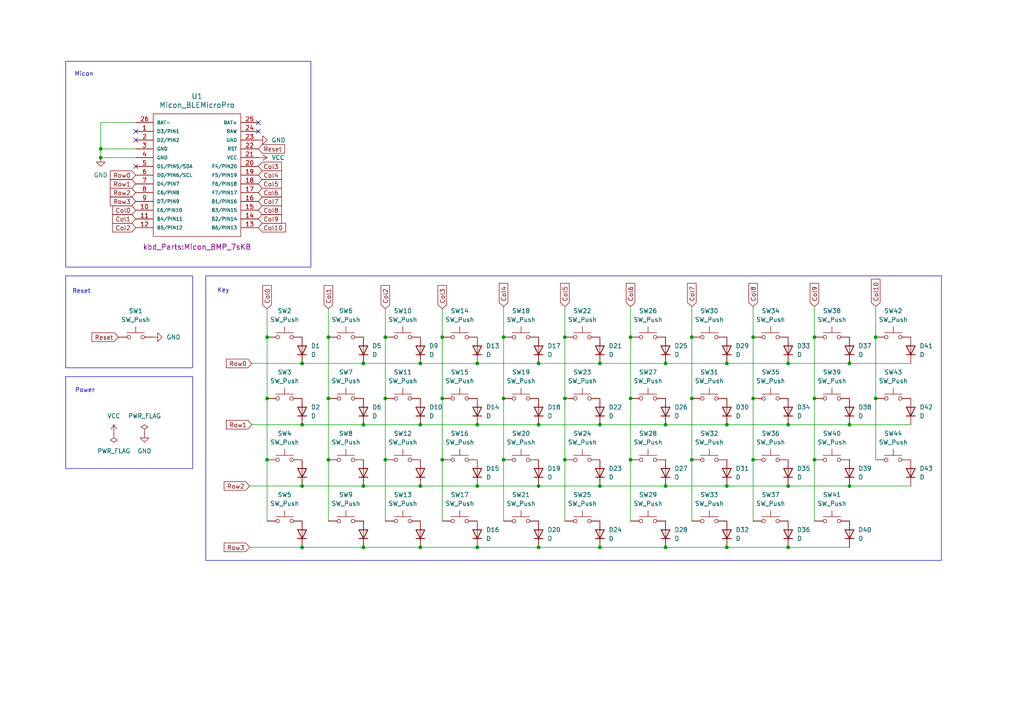
<source format=kicad_sch>
(kicad_sch (version 20231120) (generator "eeschema") (generator_version "8.0")
  (paper "A4")
  (lib_symbols
    (symbol "Device:D" (pin_numbers hide) (pin_names (offset 1.016) hide)
      (property "Reference" "D" (at 0 2.54 0))
      (property "Value" "D" (at 0 -2.54 0))
      (symbol "D_0_1"
        (polyline (pts (xy -1.27 1.27) (xy -1.27 -1.27)) (stroke (width 0.254)))
        (polyline (pts (xy 1.27 0) (xy -1.27 0)))
        (polyline (pts (xy 1.27 1.27) (xy 1.27 -1.27) (xy -1.27 0) (xy 1.27 1.27)) (stroke (width 0.254)))
      )
      (symbol "D_1_1"
        (pin passive line (at -3.81 0 0) (length 2.54) (name "K") (number "1"))
        (pin passive line (at 3.81 0 180) (length 2.54) (name "A") (number "2"))
      )
    )
    (symbol "Salicylic_kbd:Micon_BLEMicroPro" (pin_names (offset 1.016))
      (property "Reference" "U" (at 0 26.67 0))
      (property "Value" "Micon_BLEMicroPro" (at 0 -13.97 0))
      (symbol "Micon_BLEMicroPro_0_1"
        (rectangle (start 12.7 24.13) (end -12.7 -11.43))
      )
      (symbol "Micon_BLEMicroPro_1_1"
        (pin bidirectional line (at -17.78 19.05 0) (length 5.08) (name "D3/PIN1") (number "1"))
        (pin bidirectional line (at -17.78 -3.81 0) (length 5.08) (name "E6/PIN10") (number "10"))
        (pin bidirectional line (at -17.78 -6.35 0) (length 5.08) (name "B4/PIN11") (number "11"))
        (pin bidirectional line (at -17.78 -8.89 0) (length 5.08) (name "B5/PIN12") (number "12"))
        (pin bidirectional line (at 17.78 -8.89 180) (length 5.08) (name "B6/PIN13") (number "13"))
        (pin bidirectional line (at 17.78 -6.35 180) (length 5.08) (name "B2/PIN14") (number "14"))
        (pin bidirectional line (at 17.78 -3.81 180) (length 5.08) (name "B3/PIN15") (number "15"))
        (pin bidirectional line (at 17.78 -1.27 180) (length 5.08) (name "B1/PIN16") (number "16"))
        (pin bidirectional line (at 17.78 1.27 180) (length 5.08) (name "F7/PIN17") (number "17"))
        (pin bidirectional line (at 17.78 3.81 180) (length 5.08) (name "F6/PIN18") (number "18"))
        (pin bidirectional line (at 17.78 6.35 180) (length 5.08) (name "F5/PIN19") (number "19"))
        (pin bidirectional line (at -17.78 16.51 0) (length 5.08) (name "D2/PIN2") (number "2"))
        (pin bidirectional line (at 17.78 8.89 180) (length 5.08) (name "F4/PIN20") (number "20"))
        (pin power_in line (at 17.78 11.43 180) (length 5.08) (name "VCC") (number "21"))
        (pin input line (at 17.78 13.97 180) (length 5.08) (name "RST") (number "22"))
        (pin power_in line (at 17.78 16.51 180) (length 5.08) (name "GND") (number "23"))
        (pin power_out line (at 17.78 19.05 180) (length 5.08) (name "RAW") (number "24"))
        (pin input line (at 17.78 21.59 180) (length 5.08) (name "BAT+") (number "25"))
        (pin input line (at -17.78 21.59 0) (length 5.08) (name "BAT-") (number "26"))
        (pin power_in line (at -17.78 13.97 0) (length 5.08) (name "GND") (number "3"))
        (pin power_in line (at -17.78 11.43 0) (length 5.08) (name "GND") (number "4"))
        (pin bidirectional line (at -17.78 8.89 0) (length 5.08) (name "D1/PIN5/SDA") (number "5"))
        (pin bidirectional line (at -17.78 6.35 0) (length 5.08) (name "D0/PIN6/SCL") (number "6"))
        (pin bidirectional line (at -17.78 3.81 0) (length 5.08) (name "D4/PIN7") (number "7"))
        (pin bidirectional line (at -17.78 1.27 0) (length 5.08) (name "C6/PIN8") (number "8"))
        (pin bidirectional line (at -17.78 -1.27 0) (length 5.08) (name "D7/PIN9") (number "9"))
      )
    )
    (symbol "Switch:SW_Push" (pin_numbers hide) (pin_names (offset 1.016) hide)
      (property "Reference" "SW" (at 1.27 2.54 0))
      (property "Value" "SW_Push" (at 0 -1.524 0))
      (symbol "SW_Push_0_1"
        (circle (center -2.032 0) (radius 0.508))
        (polyline (pts (xy 0 1.27) (xy 0 3.048)))
        (polyline (pts (xy 2.54 1.27) (xy -2.54 1.27)))
        (circle (center 2.032 0) (radius 0.508))
        (pin passive line (at -5.08 0 0) (length 2.54) (name "1") (number "1"))
        (pin passive line (at 5.08 0 180) (length 2.54) (name "2") (number "2"))
      )
    )
    (symbol "power:GND" (power) (pin_names (offset 0))
      (property "Value" "GND" (at 0 -3.81 0))
      (symbol "GND_0_1"
        (polyline (pts (xy 0 0) (xy 0 -1.27) (xy 1.27 -1.27) (xy 0 -2.54) (xy -1.27 -1.27) (xy 0 -1.27)))
      )
      (symbol "GND_1_1"
        (pin power_in line (at 0 0 270) (length 0) hide (name "GND") (number "1"))
      )
    )
    (symbol "power:PWR_FLAG" (power) (pin_numbers hide) (pin_names (offset 0) hide)
      (property "Value" "PWR_FLAG" (at 0 3.81 0))
      (symbol "PWR_FLAG_0_0"
        (pin power_out line (at 0 0 90) (length 0) (name "pwr") (number "1"))
      )
      (symbol "PWR_FLAG_0_1"
        (polyline (pts (xy 0 0) (xy 0 1.27) (xy -1.016 1.905) (xy 0 2.54) (xy 1.016 1.905) (xy 0 1.27)))
      )
    )
    (symbol "power:VCC" (power) (pin_names (offset 0))
      (property "Value" "VCC" (at 0 3.81 0))
      (symbol "VCC_0_1"
        (polyline (pts (xy -0.762 1.27) (xy 0 2.54)))
        (polyline (pts (xy 0 0) (xy 0 2.54)))
        (polyline (pts (xy 0 2.54) (xy 0.762 1.27)))
      )
      (symbol "VCC_1_1"
        (pin power_in line (at 0 0 90) (length 0) hide (name "VCC") (number "1"))
      )
    )
  )
  (junction (at 146.05 115.57))
  (junction (at 163.83 133.35))
  (junction (at 173.99 123.19))
  (junction (at 95.25 97.79))
  (junction (at 121.92 123.19))
  (junction (at 218.44 97.79))
  (junction (at 128.27 133.35))
  (junction (at 121.92 140.97))
  (junction (at 210.82 123.19))
  (junction (at 193.04 105.41))
  (junction (at 254 97.79))
  (junction (at 138.43 158.75))
  (junction (at 95.25 115.57))
  (junction (at 173.99 158.75))
  (junction (at 236.22 97.79))
  (junction (at 138.43 123.19))
  (junction (at 246.38 140.97))
  (junction (at 77.47 133.35))
  (junction (at 182.88 133.35))
  (junction (at 121.92 158.75))
  (junction (at 200.66 115.57))
  (junction (at 210.82 105.41))
  (junction (at 228.6 105.41))
  (junction (at 95.25 133.35))
  (junction (at 182.88 115.57))
  (junction (at 193.04 158.75))
  (junction (at 200.66 133.35))
  (junction (at 228.6 158.75))
  (junction (at 138.43 140.97))
  (junction (at 105.41 123.19))
  (junction (at 128.27 115.57))
  (junction (at 87.63 140.97))
  (junction (at 173.99 105.41))
  (junction (at 156.21 105.41))
  (junction (at 146.05 133.35))
  (junction (at 146.05 97.79))
  (junction (at 193.04 140.97))
  (junction (at 128.27 97.79))
  (junction (at 254 115.57))
  (junction (at 138.43 105.41))
  (junction (at 228.6 123.19))
  (junction (at 173.99 140.97))
  (junction (at 210.82 158.75))
  (junction (at 236.22 133.35))
  (junction (at 246.38 105.41))
  (junction (at 111.76 115.57))
  (junction (at 218.44 133.35))
  (junction (at 163.83 115.57))
  (junction (at 29.21 43.18))
  (junction (at 111.76 133.35))
  (junction (at 156.21 123.19))
  (junction (at 236.22 115.57))
  (junction (at 193.04 123.19))
  (junction (at 87.63 158.75))
  (junction (at 218.44 115.57))
  (junction (at 156.21 158.75))
  (junction (at 111.76 97.79))
  (junction (at 228.6 140.97))
  (junction (at 182.88 97.79))
  (junction (at 163.83 97.79))
  (junction (at 210.82 140.97))
  (junction (at 156.21 140.97))
  (junction (at 77.47 97.79))
  (junction (at 29.21 45.72))
  (junction (at 105.41 105.41))
  (junction (at 246.38 123.19))
  (junction (at 105.41 158.75))
  (junction (at 87.63 123.19))
  (junction (at 105.41 140.97))
  (junction (at 87.63 105.41))
  (junction (at 200.66 97.79))
  (junction (at 77.47 115.57))
  (junction (at 121.92 105.41))
  (no_connect (at 74.93 35.56))
  (no_connect (at 39.37 40.64))
  (no_connect (at 39.37 48.26))
  (no_connect (at 39.37 38.1))
  (no_connect (at 74.93 38.1))
  (wire (pts (xy 121.92 105.41) (xy 138.43 105.41)))
  (wire (pts (xy 105.41 123.19) (xy 121.92 123.19)))
  (wire (pts (xy 173.99 158.75) (xy 193.04 158.75)))
  (wire (pts (xy 218.44 115.57) (xy 218.44 133.35)))
  (wire (pts (xy 77.47 97.79) (xy 77.47 115.57)))
  (wire (pts (xy 87.63 123.19) (xy 105.41 123.19)))
  (wire (pts (xy 193.04 105.41) (xy 210.82 105.41)))
  (wire (pts (xy 121.92 158.75) (xy 138.43 158.75)))
  (wire (pts (xy 87.63 158.75) (xy 105.41 158.75)))
  (wire (pts (xy 95.25 133.35) (xy 95.25 151.13)))
  (wire (pts (xy 121.92 140.97) (xy 138.43 140.97)))
  (wire (pts (xy 146.05 115.57) (xy 146.05 133.35)))
  (wire (pts (xy 77.47 115.57) (xy 77.47 133.35)))
  (wire (pts (xy 210.82 123.19) (xy 228.6 123.19)))
  (wire (pts (xy 111.76 89.535) (xy 111.76 97.79)))
  (wire (pts (xy 163.83 115.57) (xy 163.83 133.35)))
  (wire (pts (xy 39.37 35.56) (xy 29.21 35.56)))
  (wire (pts (xy 77.47 133.35) (xy 77.47 151.13)))
  (wire (pts (xy 173.99 105.41) (xy 193.04 105.41)))
  (wire (pts (xy 156.21 105.41) (xy 138.43 105.41)))
  (wire (pts (xy 163.83 97.79) (xy 163.83 115.57)))
  (wire (pts (xy 228.6 123.19) (xy 246.38 123.19)))
  (wire (pts (xy 218.44 88.9) (xy 218.44 97.79)))
  (wire (pts (xy 128.27 115.57) (xy 128.27 133.35)))
  (wire (pts (xy 95.25 97.79) (xy 95.25 115.57)))
  (wire (pts (xy 254 88.9) (xy 254 97.79)))
  (wire (pts (xy 146.05 133.35) (xy 146.05 151.13)))
  (wire (pts (xy 121.92 123.19) (xy 138.43 123.19)))
  (wire (pts (xy 228.6 158.75) (xy 246.38 158.75)))
  (wire (pts (xy 138.43 140.97) (xy 156.21 140.97)))
  (wire (pts (xy 111.76 133.35) (xy 111.76 151.13)))
  (wire (pts (xy 193.04 123.19) (xy 210.82 123.19)))
  (wire (pts (xy 72.39 140.97) (xy 87.63 140.97)))
  (wire (pts (xy 246.38 140.97) (xy 264.16 140.97)))
  (wire (pts (xy 200.66 97.79) (xy 200.66 115.57)))
  (wire (pts (xy 218.44 97.79) (xy 218.44 115.57)))
  (wire (pts (xy 254 115.57) (xy 254 133.35)))
  (wire (pts (xy 173.99 123.19) (xy 193.04 123.19)))
  (wire (pts (xy 105.41 105.41) (xy 121.92 105.41)))
  (wire (pts (xy 182.88 115.57) (xy 182.88 133.35)))
  (wire (pts (xy 138.43 158.75) (xy 156.21 158.75)))
  (wire (pts (xy 146.05 97.79) (xy 146.05 115.57)))
  (wire (pts (xy 246.38 123.19) (xy 264.16 123.19)))
  (wire (pts (xy 87.63 140.97) (xy 105.41 140.97)))
  (wire (pts (xy 29.21 45.72) (xy 39.37 45.72)))
  (wire (pts (xy 128.27 133.35) (xy 128.27 151.13)))
  (wire (pts (xy 193.04 140.97) (xy 210.82 140.97)))
  (wire (pts (xy 29.21 35.56) (xy 29.21 43.18)))
  (wire (pts (xy 236.22 133.35) (xy 236.22 151.13)))
  (wire (pts (xy 236.22 97.79) (xy 236.22 115.57)))
  (wire (pts (xy 146.05 88.9) (xy 146.05 97.79)))
  (wire (pts (xy 105.41 158.75) (xy 121.92 158.75)))
  (wire (pts (xy 200.66 115.57) (xy 200.66 133.35)))
  (wire (pts (xy 210.82 140.97) (xy 228.6 140.97)))
  (wire (pts (xy 87.63 105.41) (xy 105.41 105.41)))
  (wire (pts (xy 111.76 97.79) (xy 111.76 115.57)))
  (wire (pts (xy 95.25 89.535) (xy 95.25 97.79)))
  (wire (pts (xy 163.83 88.9) (xy 163.83 97.79)))
  (wire (pts (xy 163.83 133.35) (xy 163.83 151.13)))
  (wire (pts (xy 128.27 97.79) (xy 128.27 115.57)))
  (wire (pts (xy 156.21 105.41) (xy 173.99 105.41)))
  (wire (pts (xy 200.66 88.9) (xy 200.66 97.79)))
  (wire (pts (xy 182.88 88.9) (xy 182.88 97.79)))
  (wire (pts (xy 156.21 158.75) (xy 173.99 158.75)))
  (wire (pts (xy 200.66 133.35) (xy 200.66 151.13)))
  (wire (pts (xy 95.25 115.57) (xy 95.25 133.35)))
  (wire (pts (xy 218.44 133.35) (xy 218.44 151.13)))
  (wire (pts (xy 228.6 105.41) (xy 246.38 105.41)))
  (wire (pts (xy 236.22 88.9) (xy 236.22 97.79)))
  (wire (pts (xy 193.04 158.75) (xy 210.82 158.75)))
  (wire (pts (xy 228.6 140.97) (xy 246.38 140.97)))
  (wire (pts (xy 128.27 89.535) (xy 128.27 97.79)))
  (wire (pts (xy 182.88 133.35) (xy 182.88 151.13)))
  (wire (pts (xy 77.47 89.535) (xy 77.47 97.79)))
  (wire (pts (xy 29.21 43.18) (xy 39.37 43.18)))
  (wire (pts (xy 156.21 123.19) (xy 173.99 123.19)))
  (wire (pts (xy 72.39 158.75) (xy 87.63 158.75)))
  (wire (pts (xy 210.82 158.75) (xy 228.6 158.75)))
  (wire (pts (xy 156.21 140.97) (xy 173.99 140.97)))
  (wire (pts (xy 236.22 115.57) (xy 236.22 133.35)))
  (wire (pts (xy 29.21 43.18) (xy 29.21 45.72)))
  (wire (pts (xy 246.38 105.41) (xy 264.16 105.41)))
  (wire (pts (xy 73.025 123.19) (xy 87.63 123.19)))
  (wire (pts (xy 173.99 140.97) (xy 193.04 140.97)))
  (wire (pts (xy 138.43 123.19) (xy 156.21 123.19)))
  (wire (pts (xy 111.76 115.57) (xy 111.76 133.35)))
  (wire (pts (xy 105.41 140.97) (xy 121.92 140.97)))
  (wire (pts (xy 254 97.79) (xy 254 115.57)))
  (wire (pts (xy 73.025 105.41) (xy 87.63 105.41)))
  (wire (pts (xy 210.82 105.41) (xy 228.6 105.41)))
  (wire (pts (xy 182.88 97.79) (xy 182.88 115.57)))
  (rectangle (start 19.05 80.01) (end 55.88 106.68))
  (rectangle (start 19.05 109.22) (end 55.88 135.89))
  (rectangle (start 59.69 80.01) (end 273.05 162.56))
  (rectangle (start 19.05 17.78) (end 90.17 77.47))
  (text "Power" (at 24.638 113.284 0) (effects (font (size 1.27 1.27))))
  (text "Micon" (at 24.384 21.59 0) (effects (font (size 1.27 1.27))))
  (text "Reset" (at 23.622 84.582 0) (effects (font (size 1.27 1.27))))
  (text "Key" (at 64.77 84.328 0) (effects (font (size 1.27 1.27))))
  (global_label "Row0" (shape input) (at 39.37 50.8 180) (property "Intersheetrefs" "${INTERSHEET_REFS}" (effects (hide yes))))
  (global_label "Col10" (shape input) (at 254 88.9 90) (property "Intersheetrefs" "${INTERSHEET_REFS}" (effects (hide yes))))
  (global_label "Row1" (shape input) (at 39.37 53.34 180) (property "Intersheetrefs" "${INTERSHEET_REFS}" (effects (hide yes))))
  (global_label "Col8" (shape input) (at 218.44 88.9 90) (property "Intersheetrefs" "${INTERSHEET_REFS}" (effects (hide yes))))
  (global_label "Col2" (shape input) (at 39.37 66.04 180) (property "Intersheetrefs" "${INTERSHEET_REFS}" (effects (hide yes))))
  (global_label "Col3" (shape input) (at 74.93 48.26 0) (property "Intersheetrefs" "${INTERSHEET_REFS}" (effects (hide yes))))
  (global_label "Col6" (shape input) (at 74.93 55.88 0) (property "Intersheetrefs" "${INTERSHEET_REFS}" (effects (hide yes))))
  (global_label "Row3" (shape input) (at 72.39 158.75 180) (property "Intersheetrefs" "${INTERSHEET_REFS}" (effects (hide yes))))
  (global_label "Col6" (shape input) (at 182.88 88.9 90) (property "Intersheetrefs" "${INTERSHEET_REFS}" (effects (hide yes))))
  (global_label "Col4" (shape input) (at 146.05 88.9 90) (property "Intersheetrefs" "${INTERSHEET_REFS}" (effects (hide yes))))
  (global_label "Row1" (shape input) (at 73.025 123.19 180) (property "Intersheetrefs" "${INTERSHEET_REFS}" (effects (hide yes))))
  (global_label "Row0" (shape input) (at 73.025 105.41 180) (property "Intersheetrefs" "${INTERSHEET_REFS}" (effects (hide yes))))
  (global_label "Col0" (shape input) (at 77.47 89.535 90) (property "Intersheetrefs" "${INTERSHEET_REFS}" (effects (hide yes))))
  (global_label "Col4" (shape input) (at 74.93 50.8 0) (property "Intersheetrefs" "${INTERSHEET_REFS}" (effects (hide yes))))
  (global_label "Col10" (shape input) (at 74.93 66.04 0) (property "Intersheetrefs" "${INTERSHEET_REFS}" (effects (hide yes))))
  (global_label "Col7" (shape input) (at 74.93 58.42 0) (property "Intersheetrefs" "${INTERSHEET_REFS}" (effects (hide yes))))
  (global_label "Col5" (shape input) (at 163.83 88.9 90) (property "Intersheetrefs" "${INTERSHEET_REFS}" (effects (hide yes))))
  (global_label "Col3" (shape input) (at 128.27 89.535 90) (property "Intersheetrefs" "${INTERSHEET_REFS}" (effects (hide yes))))
  (global_label "Col2" (shape input) (at 111.76 89.535 90) (property "Intersheetrefs" "${INTERSHEET_REFS}" (effects (hide yes))))
  (global_label "Col7" (shape input) (at 200.66 88.9 90) (property "Intersheetrefs" "${INTERSHEET_REFS}" (effects (hide yes))))
  (global_label "Col9" (shape input) (at 236.22 88.9 90) (property "Intersheetrefs" "${INTERSHEET_REFS}" (effects (hide yes))))
  (global_label "Col1" (shape input) (at 95.25 89.535 90) (property "Intersheetrefs" "${INTERSHEET_REFS}" (effects (hide yes))))
  (global_label "Row2" (shape input) (at 72.39 140.97 180) (property "Intersheetrefs" "${INTERSHEET_REFS}" (effects (hide yes))))
  (global_label "Row2" (shape input) (at 39.37 55.88 180) (property "Intersheetrefs" "${INTERSHEET_REFS}" (effects (hide yes))))
  (global_label "Col5" (shape input) (at 74.93 53.34 0) (property "Intersheetrefs" "${INTERSHEET_REFS}" (effects (hide yes))))
  (global_label "Col9" (shape input) (at 74.93 63.5 0) (property "Intersheetrefs" "${INTERSHEET_REFS}" (effects (hide yes))))
  (global_label "Col0" (shape input) (at 39.37 60.96 180) (property "Intersheetrefs" "${INTERSHEET_REFS}" (effects (hide yes))))
  (global_label "Col8" (shape input) (at 74.93 60.96 0) (property "Intersheetrefs" "${INTERSHEET_REFS}" (effects (hide yes))))
  (global_label "Reset" (shape input) (at 74.93 43.18 0) (property "Intersheetrefs" "${INTERSHEET_REFS}" (effects (hide yes))))
  (global_label "Row3" (shape input) (at 39.37 58.42 180) (property "Intersheetrefs" "${INTERSHEET_REFS}" (effects (hide yes))))
  (global_label "Reset" (shape input) (at 34.29 97.79 180) (property "Intersheetrefs" "${INTERSHEET_REFS}" (effects (hide yes))))
  (global_label "Col1" (shape input) (at 39.37 63.5 180) (property "Intersheetrefs" "${INTERSHEET_REFS}" (effects (hide yes))))
  (symbol (lib_id "power:GND") (at 74.93 40.64 90) (unit 1)
    (property "Reference" "#PWR05" (effects (hide yes)))
    (property "Value" "GND" (at 78.74 40.64 90) (effects (justify right)))
  )
  (symbol (lib_id "Switch:SW_Push") (at 82.55 97.79 0) (unit 1)
    (property "Reference" "SW2" (at 82.55 90.17 0))
    (property "Value" "SW_Push" (at 82.55 92.71 0))
    (property "Footprint" "kbd_SW:CherryMX_Hotswap_1u" (effects (hide yes)))
  )
  (symbol (lib_id "Device:D") (at 193.04 101.6 90) (unit 1)
    (property "Reference" "D25" (at 195.58 100.33 90) (effects (justify right)))
    (property "Value" "D" (at 195.58 102.87 90) (effects (justify right)))
    (property "Footprint" "kbd_Parts:Diode_TH_SMD" (effects (hide yes)))
    (property "Sim.Device" "D" (effects (hide yes)))
    (property "Sim.Pins" "1=K 2=A" (effects (hide yes)))
  )
  (symbol (lib_id "Switch:SW_Push") (at 133.35 133.35 0) (unit 1)
    (property "Reference" "SW16" (at 133.35 125.73 0))
    (property "Value" "SW_Push" (at 133.35 128.27 0))
    (property "Footprint" "kbd_SW:CherryMX_Hotswap_1u" (effects (hide yes)))
  )
  (symbol (lib_id "Switch:SW_Push") (at 259.08 97.79 0) (unit 1)
    (property "Reference" "SW42" (at 259.08 90.17 0))
    (property "Value" "SW_Push" (at 259.08 92.71 0))
    (property "Footprint" "kbd_SW:CherryMX_Hotswap_1u" (effects (hide yes)))
  )
  (symbol (lib_id "Device:D") (at 173.99 154.94 90) (unit 1)
    (property "Reference" "D24" (at 176.53 153.67 90) (effects (justify right)))
    (property "Value" "D" (at 176.53 156.21 90) (effects (justify right)))
    (property "Footprint" "kbd_Parts:Diode_TH_SMD" (effects (hide yes)))
    (property "Sim.Device" "D" (effects (hide yes)))
    (property "Sim.Pins" "1=K 2=A" (effects (hide yes)))
  )
  (symbol (lib_id "power:PWR_FLAG") (at 33.02 125.73 180) (unit 1)
    (property "Reference" "#FLG01" (effects (hide yes)))
    (property "Value" "PWR_FLAG" (at 33.02 130.81 0))
  )
  (symbol (lib_id "Device:D") (at 210.82 119.38 90) (unit 1)
    (property "Reference" "D30" (at 213.36 118.11 90) (effects (justify right)))
    (property "Value" "D" (at 213.36 120.65 90) (effects (justify right)))
    (property "Footprint" "kbd_Parts:Diode_TH_SMD" (effects (hide yes)))
    (property "Sim.Device" "D" (effects (hide yes)))
    (property "Sim.Pins" "1=K 2=A" (effects (hide yes)))
  )
  (symbol (lib_id "Device:D") (at 105.41 101.6 90) (unit 1)
    (property "Reference" "D5" (at 107.95 100.33 90) (effects (justify right)))
    (property "Value" "D" (at 107.95 102.87 90) (effects (justify right)))
    (property "Footprint" "kbd_Parts:Diode_TH_SMD" (effects (hide yes)))
    (property "Sim.Device" "D" (effects (hide yes)))
    (property "Sim.Pins" "1=K 2=A" (effects (hide yes)))
  )
  (symbol (lib_id "Switch:SW_Push") (at 187.96 151.13 0) (unit 1)
    (property "Reference" "SW29" (at 187.96 143.51 0))
    (property "Value" "SW_Push" (at 187.96 146.05 0))
    (property "Footprint" "kbd_SW:CherryMX_Hotswap_1u" (effects (hide yes)))
  )
  (symbol (lib_id "Switch:SW_Push") (at 116.84 115.57 0) (unit 1)
    (property "Reference" "SW11" (at 116.84 107.95 0))
    (property "Value" "SW_Push" (at 116.84 110.49 0))
    (property "Footprint" "kbd_SW:CherryMX_Hotswap_1u" (effects (hide yes)))
  )
  (symbol (lib_id "Device:D") (at 210.82 101.6 90) (unit 1)
    (property "Reference" "D29" (at 213.36 100.33 90) (effects (justify right)))
    (property "Value" "D" (at 213.36 102.87 90) (effects (justify right)))
    (property "Footprint" "kbd_Parts:Diode_TH_SMD" (effects (hide yes)))
    (property "Sim.Device" "D" (effects (hide yes)))
    (property "Sim.Pins" "1=K 2=A" (effects (hide yes)))
  )
  (symbol (lib_id "Switch:SW_Push") (at 223.52 133.35 0) (unit 1)
    (property "Reference" "SW36" (at 223.52 125.73 0))
    (property "Value" "SW_Push" (at 223.52 128.27 0))
    (property "Footprint" "kbd_SW:CherryMX_Hotswap_1u" (effects (hide yes)))
  )
  (symbol (lib_id "Device:D") (at 121.92 137.16 90) (unit 1)
    (property "Reference" "D11" (effects (hide yes)))
    (property "Value" "D" (effects (hide yes)))
    (property "Footprint" "kbd_Parts:Diode_TH_SMD" (effects (hide yes)))
    (property "Sim.Device" "D" (effects (hide yes)))
    (property "Sim.Pins" "1=K 2=A" (effects (hide yes)))
  )
  (symbol (lib_id "Device:D") (at 138.43 119.38 90) (unit 1)
    (property "Reference" "D14" (at 140.97 118.11 90) (effects (justify right)))
    (property "Value" "D" (at 140.97 120.65 90) (effects (justify right)))
    (property "Footprint" "kbd_Parts:Diode_TH_SMD" (effects (hide yes)))
    (property "Sim.Device" "D" (effects (hide yes)))
    (property "Sim.Pins" "1=K 2=A" (effects (hide yes)))
  )
  (symbol (lib_id "Device:D") (at 87.63 101.6 90) (unit 1)
    (property "Reference" "D1" (at 90.17 100.33 90) (effects (justify right)))
    (property "Value" "D" (at 90.17 102.87 90) (effects (justify right)))
    (property "Footprint" "kbd_Parts:Diode_TH_SMD" (effects (hide yes)))
    (property "Sim.Device" "D" (effects (hide yes)))
    (property "Sim.Pins" "1=K 2=A" (effects (hide yes)))
  )
  (symbol (lib_id "Device:D") (at 138.43 154.94 90) (unit 1)
    (property "Reference" "D16" (at 140.97 153.67 90) (effects (justify right)))
    (property "Value" "D" (at 140.97 156.21 90) (effects (justify right)))
    (property "Footprint" "kbd_Parts:Diode_TH_SMD" (effects (hide yes)))
    (property "Sim.Device" "D" (effects (hide yes)))
    (property "Sim.Pins" "1=K 2=A" (effects (hide yes)))
  )
  (symbol (lib_id "Switch:SW_Push") (at 168.91 151.13 0) (unit 1)
    (property "Reference" "SW25" (at 168.91 143.51 0))
    (property "Value" "SW_Push" (at 168.91 146.05 0))
    (property "Footprint" "kbd_SW:CherryMX_Hotswap_2u" (effects (hide yes)))
  )
  (symbol (lib_id "Switch:SW_Push") (at 151.13 115.57 0) (unit 1)
    (property "Reference" "SW19" (at 151.13 107.95 0))
    (property "Value" "SW_Push" (at 151.13 110.49 0))
    (property "Footprint" "kbd_SW:CherryMX_Hotswap_1u" (effects (hide yes)))
  )
  (symbol (lib_id "Device:D") (at 246.38 119.38 90) (unit 1)
    (property "Reference" "D38" (at 248.92 118.11 90) (effects (justify right)))
    (property "Value" "D" (at 248.92 120.65 90) (effects (justify right)))
    (property "Footprint" "kbd_Parts:Diode_TH_SMD" (effects (hide yes)))
    (property "Sim.Device" "D" (effects (hide yes)))
    (property "Sim.Pins" "1=K 2=A" (effects (hide yes)))
  )
  (symbol (lib_id "Switch:SW_Push") (at 241.3 97.79 0) (unit 1)
    (property "Reference" "SW38" (at 241.3 90.17 0))
    (property "Value" "SW_Push" (at 241.3 92.71 0))
    (property "Footprint" "kbd_SW:CherryMX_Hotswap_1u" (effects (hide yes)))
  )
  (symbol (lib_id "Device:D") (at 228.6 154.94 90) (unit 1)
    (property "Reference" "D36" (at 231.14 153.67 90) (effects (justify right)))
    (property "Value" "D" (at 231.14 156.21 90) (effects (justify right)))
    (property "Footprint" "kbd_Parts:Diode_TH_SMD" (effects (hide yes)))
    (property "Sim.Device" "D" (effects (hide yes)))
    (property "Sim.Pins" "1=K 2=A" (effects (hide yes)))
  )
  (symbol (lib_id "Device:D") (at 193.04 154.94 90) (unit 1)
    (property "Reference" "D28" (at 195.58 153.67 90) (effects (justify right)))
    (property "Value" "D" (at 195.58 156.21 90) (effects (justify right)))
    (property "Footprint" "kbd_Parts:Diode_TH_SMD" (effects (hide yes)))
    (property "Sim.Device" "D" (effects (hide yes)))
    (property "Sim.Pins" "1=K 2=A" (effects (hide yes)))
  )
  (symbol (lib_id "Switch:SW_Push") (at 100.33 151.13 0) (unit 1)
    (property "Reference" "SW9" (at 100.33 143.51 0))
    (property "Value" "SW_Push" (at 100.33 146.05 0))
    (property "Footprint" "kbd_SW:CherryMX_Hotswap_1u" (effects (hide yes)))
  )
  (symbol (lib_id "Switch:SW_Push") (at 241.3 133.35 0) (unit 1)
    (property "Reference" "SW40" (at 241.3 125.73 0))
    (property "Value" "SW_Push" (at 241.3 128.27 0))
    (property "Footprint" "kbd_SW:CherryMX_Hotswap_1u" (effects (hide yes)))
  )
  (symbol (lib_id "Switch:SW_Push") (at 100.33 115.57 0) (unit 1)
    (property "Reference" "SW7" (at 100.33 107.95 0))
    (property "Value" "SW_Push" (at 100.33 110.49 0))
    (property "Footprint" "kbd_SW:CherryMX_Hotswap_1u" (effects (hide yes)))
  )
  (symbol (lib_id "Switch:SW_Push") (at 187.96 115.57 0) (unit 1)
    (property "Reference" "SW27" (at 187.96 107.95 0))
    (property "Value" "SW_Push" (at 187.96 110.49 0))
    (property "Footprint" "kbd_SW:CherryMX_Hotswap_1u" (effects (hide yes)))
  )
  (symbol (lib_id "Device:D") (at 246.38 137.16 90) (unit 1)
    (property "Reference" "D39" (at 248.92 135.89 90) (effects (justify right)))
    (property "Value" "D" (at 248.92 138.43 90) (effects (justify right)))
    (property "Footprint" "kbd_Parts:Diode_TH_SMD" (effects (hide yes)))
    (property "Sim.Device" "D" (effects (hide yes)))
    (property "Sim.Pins" "1=K 2=A" (effects (hide yes)))
  )
  (symbol (lib_id "power:GND") (at 44.45 97.79 90) (unit 1)
    (property "Reference" "#PWR04" (effects (hide yes)))
    (property "Value" "GND" (at 48.26 97.79 90) (effects (justify right)))
  )
  (symbol (lib_id "Device:D") (at 193.04 119.38 90) (unit 1)
    (property "Reference" "D26" (at 195.58 118.11 90) (effects (justify right)))
    (property "Value" "D" (at 195.58 120.65 90) (effects (justify right)))
    (property "Footprint" "kbd_Parts:Diode_TH_SMD" (effects (hide yes)))
    (property "Sim.Device" "D" (effects (hide yes)))
    (property "Sim.Pins" "1=K 2=A" (effects (hide yes)))
  )
  (symbol (lib_id "Switch:SW_Push") (at 187.96 97.79 0) (unit 1)
    (property "Reference" "SW26" (at 187.96 90.17 0))
    (property "Value" "SW_Push" (at 187.96 92.71 0))
    (property "Footprint" "kbd_SW:CherryMX_Hotswap_1u" (effects (hide yes)))
  )
  (symbol (lib_id "Switch:SW_Push") (at 168.91 97.79 0) (unit 1)
    (property "Reference" "SW22" (at 168.91 90.17 0))
    (property "Value" "SW_Push" (at 168.91 92.71 0))
    (property "Footprint" "kbd_SW:CherryMX_Hotswap_1u" (effects (hide yes)))
  )
  (symbol (lib_id "Switch:SW_Push") (at 151.13 97.79 0) (unit 1)
    (property "Reference" "SW18" (at 151.13 90.17 0))
    (property "Value" "SW_Push" (at 151.13 92.71 0))
    (property "Footprint" "kbd_SW:CherryMX_Hotswap_1u" (effects (hide yes)))
  )
  (symbol (lib_id "Switch:SW_Push") (at 151.13 133.35 0) (unit 1)
    (property "Reference" "SW20" (at 151.13 125.73 0))
    (property "Value" "SW_Push" (at 151.13 128.27 0))
    (property "Footprint" "kbd_SW:CherryMX_Hotswap_1u" (effects (hide yes)))
  )
  (symbol (lib_id "Device:D") (at 105.41 154.94 90) (unit 1)
    (property "Reference" "D8" (effects (hide yes)))
    (property "Value" "D" (effects (hide yes)))
    (property "Footprint" "kbd_Parts:Diode_TH_SMD" (effects (hide yes)))
    (property "Sim.Device" "D" (effects (hide yes)))
    (property "Sim.Pins" "1=K 2=A" (effects (hide yes)))
  )
  (symbol (lib_id "Device:D") (at 173.99 119.38 90) (unit 1)
    (property "Reference" "D22" (at 176.53 118.11 90) (effects (justify right)))
    (property "Value" "D" (at 176.53 120.65 90) (effects (justify right)))
    (property "Footprint" "kbd_Parts:Diode_TH_SMD" (effects (hide yes)))
    (property "Sim.Device" "D" (effects (hide yes)))
    (property "Sim.Pins" "1=K 2=A" (effects (hide yes)))
  )
  (symbol (lib_id "Device:D") (at 105.41 119.38 90) (unit 1)
    (property "Reference" "D6" (at 107.95 118.11 90) (effects (justify right)))
    (property "Value" "D" (at 107.95 120.65 90) (effects (justify right)))
    (property "Footprint" "kbd_Parts:Diode_TH_SMD" (effects (hide yes)))
    (property "Sim.Device" "D" (effects (hide yes)))
    (property "Sim.Pins" "1=K 2=A" (effects (hide yes)))
  )
  (symbol (lib_id "Switch:SW_Push") (at 151.13 151.13 0) (unit 1)
    (property "Reference" "SW21" (at 151.13 143.51 0))
    (property "Value" "SW_Push" (at 151.13 146.05 0))
    (property "Footprint" "kbd_SW:CherryMX_Hotswap_1u" (effects (hide yes)))
  )
  (symbol (lib_id "Device:D") (at 87.63 154.94 90) (unit 1)
    (property "Reference" "D4" (effects (hide yes)))
    (property "Value" "D" (effects (hide yes)))
    (property "Footprint" "kbd_Parts:Diode_TH_SMD" (effects (hide yes)))
    (property "Sim.Device" "D" (effects (hide yes)))
    (property "Sim.Pins" "1=K 2=A" (effects (hide yes)))
  )
  (symbol (lib_id "Switch:SW_Push") (at 82.55 115.57 0) (unit 1)
    (property "Reference" "SW3" (at 82.55 107.95 0))
    (property "Value" "SW_Push" (at 82.55 110.49 0))
    (property "Footprint" "kbd_SW:CherryMX_Hotswap_1.25u" (effects (hide yes)))
  )
  (symbol (lib_id "Switch:SW_Push") (at 205.74 133.35 0) (unit 1)
    (property "Reference" "SW32" (at 205.74 125.73 0))
    (property "Value" "SW_Push" (at 205.74 128.27 0))
    (property "Footprint" "kbd_SW:CherryMX_Hotswap_1u" (effects (hide yes)))
  )
  (symbol (lib_id "power:PWR_FLAG") (at 41.91 125.73 0) (unit 1)
    (property "Reference" "#FLG02" (effects (hide yes)))
    (property "Value" "PWR_FLAG" (at 41.91 120.65 0))
  )
  (symbol (lib_id "Device:D") (at 87.63 119.38 90) (unit 1)
    (property "Reference" "D2" (at 90.17 118.11 90) (effects (justify right)))
    (property "Value" "D" (at 90.17 120.65 90) (effects (justify right)))
    (property "Footprint" "kbd_Parts:Diode_TH_SMD" (effects (hide yes)))
    (property "Sim.Device" "D" (effects (hide yes)))
    (property "Sim.Pins" "1=K 2=A" (effects (hide yes)))
  )
  (symbol (lib_id "power:VCC") (at 33.02 125.73 0) (unit 1)
    (property "Reference" "#PWR02" (effects (hide yes)))
    (property "Value" "VCC" (at 33.02 120.65 0))
  )
  (symbol (lib_id "Device:D") (at 87.63 137.16 90) (unit 1)
    (property "Reference" "D3" (effects (hide yes)))
    (property "Value" "D" (effects (hide yes)))
    (property "Footprint" "kbd_Parts:Diode_TH_SMD" (effects (hide yes)))
    (property "Sim.Device" "D" (effects (hide yes)))
    (property "Sim.Pins" "1=K 2=A" (effects (hide yes)))
  )
  (symbol (lib_id "Device:D") (at 105.41 137.16 90) (unit 1)
    (property "Reference" "D7" (effects (hide yes)))
    (property "Value" "D" (effects (hide yes)))
    (property "Footprint" "kbd_Parts:Diode_TH_SMD" (effects (hide yes)))
    (property "Sim.Device" "D" (effects (hide yes)))
    (property "Sim.Pins" "1=K 2=A" (effects (hide yes)))
  )
  (symbol (lib_id "Switch:SW_Push") (at 116.84 151.13 0) (unit 1)
    (property "Reference" "SW13" (at 116.84 143.51 0))
    (property "Value" "SW_Push" (at 116.84 146.05 0))
    (property "Footprint" "kbd_SW:CherryMX_Hotswap_1u" (effects (hide yes)))
  )
  (symbol (lib_id "Device:D") (at 228.6 101.6 90) (unit 1)
    (property "Reference" "D33" (at 231.14 100.33 90) (effects (justify right)))
    (property "Value" "D" (at 231.14 102.87 90) (effects (justify right)))
    (property "Footprint" "kbd_Parts:Diode_TH_SMD" (effects (hide yes)))
    (property "Sim.Device" "D" (effects (hide yes)))
    (property "Sim.Pins" "1=K 2=A" (effects (hide yes)))
  )
  (symbol (lib_id "Switch:SW_Push") (at 205.74 115.57 0) (unit 1)
    (property "Reference" "SW31" (at 205.74 107.95 0))
    (property "Value" "SW_Push" (at 205.74 110.49 0))
    (property "Footprint" "kbd_SW:CherryMX_Hotswap_1u" (effects (hide yes)))
  )
  (symbol (lib_id "Device:D") (at 156.21 119.38 90) (unit 1)
    (property "Reference" "D18" (at 158.75 118.11 90) (effects (justify right)))
    (property "Value" "D" (at 158.75 120.65 90) (effects (justify right)))
    (property "Footprint" "kbd_Parts:Diode_TH_SMD" (effects (hide yes)))
    (property "Sim.Device" "D" (effects (hide yes)))
    (property "Sim.Pins" "1=K 2=A" (effects (hide yes)))
  )
  (symbol (lib_id "Switch:SW_Push") (at 187.96 133.35 0) (unit 1)
    (property "Reference" "SW28" (at 187.96 125.73 0))
    (property "Value" "SW_Push" (at 187.96 128.27 0))
    (property "Footprint" "kbd_SW:CherryMX_Hotswap_1u" (effects (hide yes)))
  )
  (symbol (lib_id "Device:D") (at 156.21 154.94 90) (unit 1)
    (property "Reference" "D20" (at 158.75 153.67 90) (effects (justify right)))
    (property "Value" "D" (at 158.75 156.21 90) (effects (justify right)))
    (property "Footprint" "kbd_Parts:Diode_TH_SMD" (effects (hide yes)))
    (property "Sim.Device" "D" (effects (hide yes)))
    (property "Sim.Pins" "1=K 2=A" (effects (hide yes)))
  )
  (symbol (lib_id "power:GND") (at 29.21 45.72 0) (unit 1)
    (property "Reference" "#PWR01" (effects (hide yes)))
    (property "Value" "GND" (at 29.21 50.8 0))
  )
  (symbol (lib_id "Device:D") (at 210.82 154.94 90) (unit 1)
    (property "Reference" "D32" (at 213.36 153.67 90) (effects (justify right)))
    (property "Value" "D" (at 213.36 156.21 90) (effects (justify right)))
    (property "Footprint" "kbd_Parts:Diode_TH_SMD" (effects (hide yes)))
    (property "Sim.Device" "D" (effects (hide yes)))
    (property "Sim.Pins" "1=K 2=A" (effects (hide yes)))
  )
  (symbol (lib_id "Switch:SW_Push") (at 116.84 97.79 0) (unit 1)
    (property "Reference" "SW10" (at 116.84 90.17 0))
    (property "Value" "SW_Push" (at 116.84 92.71 0))
    (property "Footprint" "kbd_SW:CherryMX_Hotswap_1u" (effects (hide yes)))
  )
  (symbol (lib_id "Device:D") (at 228.6 137.16 90) (unit 1)
    (property "Reference" "D35" (at 231.14 135.89 90) (effects (justify right)))
    (property "Value" "D" (at 231.14 138.43 90) (effects (justify right)))
    (property "Footprint" "kbd_Parts:Diode_TH_SMD" (effects (hide yes)))
    (property "Sim.Device" "D" (effects (hide yes)))
    (property "Sim.Pins" "1=K 2=A" (effects (hide yes)))
  )
  (symbol (lib_id "Device:D") (at 156.21 137.16 90) (unit 1)
    (property "Reference" "D19" (at 158.75 135.89 90) (effects (justify right)))
    (property "Value" "D" (at 158.75 138.43 90) (effects (justify right)))
    (property "Footprint" "kbd_Parts:Diode_TH_SMD" (effects (hide yes)))
    (property "Sim.Device" "D" (effects (hide yes)))
    (property "Sim.Pins" "1=K 2=A" (effects (hide yes)))
  )
  (symbol (lib_id "Device:D") (at 193.04 137.16 90) (unit 1)
    (property "Reference" "D27" (at 195.58 135.89 90) (effects (justify right)))
    (property "Value" "D" (at 195.58 138.43 90) (effects (justify right)))
    (property "Footprint" "kbd_Parts:Diode_TH_SMD" (effects (hide yes)))
    (property "Sim.Device" "D" (effects (hide yes)))
    (property "Sim.Pins" "1=K 2=A" (effects (hide yes)))
  )
  (symbol (lib_id "Device:D") (at 121.92 119.38 90) (unit 1)
    (property "Reference" "D10" (at 124.46 118.11 90) (effects (justify right)))
    (property "Value" "D" (at 124.46 120.65 90) (effects (justify right)))
    (property "Footprint" "kbd_Parts:Diode_TH_SMD" (effects (hide yes)))
    (property "Sim.Device" "D" (effects (hide yes)))
    (property "Sim.Pins" "1=K 2=A" (effects (hide yes)))
  )
  (symbol (lib_id "Switch:SW_Push") (at 205.74 97.79 0) (unit 1)
    (property "Reference" "SW30" (at 205.74 90.17 0))
    (property "Value" "SW_Push" (at 205.74 92.71 0))
    (property "Footprint" "kbd_SW:CherryMX_Hotswap_1u" (effects (hide yes)))
  )
  (symbol (lib_id "Switch:SW_Push") (at 241.3 115.57 0) (unit 1)
    (property "Reference" "SW39" (at 241.3 107.95 0))
    (property "Value" "SW_Push" (at 241.3 110.49 0))
    (property "Footprint" "kbd_SW:CherryMX_Hotswap_1u" (effects (hide yes)))
  )
  (symbol (lib_id "Device:D") (at 264.16 119.38 90) (unit 1)
    (property "Reference" "D42" (at 266.7 118.11 90) (effects (justify right)))
    (property "Value" "D" (at 266.7 120.65 90) (effects (justify right)))
    (property "Footprint" "kbd_Parts:Diode_TH_SMD" (effects (hide yes)))
    (property "Sim.Device" "D" (effects (hide yes)))
    (property "Sim.Pins" "1=K 2=A" (effects (hide yes)))
  )
  (symbol (lib_id "Switch:SW_Push") (at 82.55 133.35 0) (unit 1)
    (property "Reference" "SW4" (at 82.55 125.73 0))
    (property "Value" "SW_Push" (at 82.55 128.27 0))
    (property "Footprint" "kbd_SW:CherryMX_Hotswap_1.5u" (effects (hide yes)))
  )
  (symbol (lib_id "Switch:SW_Push") (at 39.37 97.79 0) (unit 1)
    (property "Reference" "SW1" (at 39.37 90.17 0))
    (property "Value" "SW_Push" (at 39.37 92.71 0))
    (property "Footprint" "kbd_Parts:ResetSW" (effects (hide yes)))
  )
  (symbol (lib_id "Switch:SW_Push") (at 259.08 133.35 0) (unit 1)
    (property "Reference" "SW44" (at 259.08 125.73 0))
    (property "Value" "SW_Push" (at 259.08 128.27 0))
    (property "Footprint" "kbd_SW:CherryMX_Hotswap_1.75u" (effects (hide yes)))
  )
  (symbol (lib_id "Device:D") (at 173.99 137.16 90) (unit 1)
    (property "Reference" "D23" (at 176.53 135.89 90) (effects (justify right)))
    (property "Value" "D" (at 176.53 138.43 90) (effects (justify right)))
    (property "Footprint" "kbd_Parts:Diode_TH_SMD" (effects (hide yes)))
    (property "Sim.Device" "D" (effects (hide yes)))
    (property "Sim.Pins" "1=K 2=A" (effects (hide yes)))
  )
  (symbol (lib_id "Switch:SW_Push") (at 223.52 97.79 0) (unit 1)
    (property "Reference" "SW34" (at 223.52 90.17 0))
    (property "Value" "SW_Push" (at 223.52 92.71 0))
    (property "Footprint" "kbd_SW:CherryMX_Hotswap_1u" (effects (hide yes)))
  )
  (symbol (lib_id "Switch:SW_Push") (at 223.52 151.13 0) (unit 1)
    (property "Reference" "SW37" (at 223.52 143.51 0))
    (property "Value" "SW_Push" (at 223.52 146.05 0))
    (property "Footprint" "kbd_SW:CherryMX_Hotswap_1u" (effects (hide yes)))
  )
  (symbol (lib_id "Switch:SW_Push") (at 259.08 115.57 0) (unit 1)
    (property "Reference" "SW43" (at 259.08 107.95 0))
    (property "Value" "SW_Push" (at 259.08 110.49 0))
    (property "Footprint" "kbd_SW:CherryMX_Hotswap_1u" (effects (hide yes)))
  )
  (symbol (lib_id "Switch:SW_Push") (at 100.33 133.35 0) (unit 1)
    (property "Reference" "SW8" (at 100.33 125.73 0))
    (property "Value" "SW_Push" (at 100.33 128.27 0))
    (property "Footprint" "kbd_SW:CherryMX_Hotswap_1u" (effects (hide yes)))
  )
  (symbol (lib_id "Switch:SW_Push") (at 100.33 97.79 0) (unit 1)
    (property "Reference" "SW6" (at 100.33 90.17 0))
    (property "Value" "SW_Push" (at 100.33 92.71 0))
    (property "Footprint" "kbd_SW:CherryMX_Hotswap_1u" (effects (hide yes)))
  )
  (symbol (lib_id "Switch:SW_Push") (at 116.84 133.35 0) (unit 1)
    (property "Reference" "SW12" (at 116.84 125.73 0))
    (property "Value" "SW_Push" (at 116.84 128.27 0))
    (property "Footprint" "kbd_SW:CherryMX_Hotswap_1u" (effects (hide yes)))
  )
  (symbol (lib_id "Device:D") (at 210.82 137.16 90) (unit 1)
    (property "Reference" "D31" (at 213.36 135.89 90) (effects (justify right)))
    (property "Value" "D" (at 213.36 138.43 90) (effects (justify right)))
    (property "Footprint" "kbd_Parts:Diode_TH_SMD" (effects (hide yes)))
    (property "Sim.Device" "D" (effects (hide yes)))
    (property "Sim.Pins" "1=K 2=A" (effects (hide yes)))
  )
  (symbol (lib_id "power:VCC") (at 74.93 45.72 270) (unit 1)
    (property "Reference" "#PWR06" (effects (hide yes)))
    (property "Value" "VCC" (at 78.74 45.7199 90) (effects (justify left)))
  )
  (symbol (lib_id "Device:D") (at 246.38 101.6 90) (unit 1)
    (property "Reference" "D37" (at 248.92 100.33 90) (effects (justify right)))
    (property "Value" "D" (at 248.92 102.87 90) (effects (justify right)))
    (property "Footprint" "kbd_Parts:Diode_TH_SMD" (effects (hide yes)))
    (property "Sim.Device" "D" (effects (hide yes)))
    (property "Sim.Pins" "1=K 2=A" (effects (hide yes)))
  )
  (symbol (lib_id "Device:D") (at 121.92 101.6 90) (unit 1)
    (property "Reference" "D9" (at 124.46 100.33 90) (effects (justify right)))
    (property "Value" "D" (at 124.46 102.87 90) (effects (justify right)))
    (property "Footprint" "kbd_Parts:Diode_TH_SMD" (effects (hide yes)))
    (property "Sim.Device" "D" (effects (hide yes)))
    (property "Sim.Pins" "1=K 2=A" (effects (hide yes)))
  )
  (symbol (lib_id "Switch:SW_Push") (at 223.52 115.57 0) (unit 1)
    (property "Reference" "SW35" (at 223.52 107.95 0))
    (property "Value" "SW_Push" (at 223.52 110.49 0))
    (property "Footprint" "kbd_SW:CherryMX_Hotswap_1u" (effects (hide yes)))
  )
  (symbol (lib_id "Switch:SW_Push") (at 205.74 151.13 0) (unit 1)
    (property "Reference" "SW33" (at 205.74 143.51 0))
    (property "Value" "SW_Push" (at 205.74 146.05 0))
    (property "Footprint" "kbd_SW:CherryMX_Hotswap_1u" (effects (hide yes)))
  )
  (symbol (lib_id "Device:D") (at 138.43 137.16 90) (unit 1)
    (property "Reference" "D15" (at 140.97 135.89 90) (effects (justify right)))
    (property "Value" "D" (at 140.97 138.43 90) (effects (justify right)))
    (property "Footprint" "kbd_Parts:Diode_TH_SMD" (effects (hide yes)))
    (property "Sim.Device" "D" (effects (hide yes)))
    (property "Sim.Pins" "1=K 2=A" (effects (hide yes)))
  )
  (symbol (lib_id "Device:D") (at 246.38 154.94 90) (unit 1)
    (property "Reference" "D40" (at 248.92 153.67 90) (effects (justify right)))
    (property "Value" "D" (at 248.92 156.21 90) (effects (justify right)))
    (property "Footprint" "kbd_Parts:Diode_TH_SMD" (effects (hide yes)))
    (property "Sim.Device" "D" (effects (hide yes)))
    (property "Sim.Pins" "1=K 2=A" (effects (hide yes)))
  )
  (symbol (lib_id "Switch:SW_Push") (at 82.55 151.13 0) (unit 1)
    (property "Reference" "SW5" (at 82.55 143.51 0))
    (property "Value" "SW_Push" (at 82.55 146.05 0))
    (property "Footprint" "kbd_SW:CherryMX_Hotswap_1u" (effects (hide yes)))
  )
  (symbol (lib_id "Device:D") (at 228.6 119.38 90) (unit 1)
    (property "Reference" "D34" (at 231.14 118.11 90) (effects (justify right)))
    (property "Value" "D" (at 231.14 120.65 90) (effects (justify right)))
    (property "Footprint" "kbd_Parts:Diode_TH_SMD" (effects (hide yes)))
    (property "Sim.Device" "D" (effects (hide yes)))
    (property "Sim.Pins" "1=K 2=A" (effects (hide yes)))
  )
  (symbol (lib_id "Switch:SW_Push") (at 133.35 97.79 0) (unit 1)
    (property "Reference" "SW14" (at 133.35 90.17 0))
    (property "Value" "SW_Push" (at 133.35 92.71 0))
    (property "Footprint" "kbd_SW:CherryMX_Hotswap_1u" (effects (hide yes)))
  )
  (symbol (lib_id "Device:D") (at 264.16 137.16 90) (unit 1)
    (property "Reference" "D43" (at 266.7 135.89 90) (effects (justify right)))
    (property "Value" "D" (at 266.7 138.43 90) (effects (justify right)))
    (property "Footprint" "kbd_Parts:Diode_TH_SMD" (effects (hide yes)))
    (property "Sim.Device" "D" (effects (hide yes)))
    (property "Sim.Pins" "1=K 2=A" (effects (hide yes)))
  )
  (symbol (lib_id "Device:D") (at 156.21 101.6 90) (unit 1)
    (property "Reference" "D17" (at 158.75 100.33 90) (effects (justify right)))
    (property "Value" "D" (at 158.75 102.87 90) (effects (justify right)))
    (property "Footprint" "kbd_Parts:Diode_TH_SMD" (effects (hide yes)))
    (property "Sim.Device" "D" (effects (hide yes)))
    (property "Sim.Pins" "1=K 2=A" (effects (hide yes)))
  )
  (symbol (lib_id "Device:D") (at 264.16 101.6 90) (unit 1)
    (property "Reference" "D41" (at 266.7 100.33 90) (effects (justify right)))
    (property "Value" "D" (at 266.7 102.87 90) (effects (justify right)))
    (property "Footprint" "kbd_Parts:Diode_TH_SMD" (effects (hide yes)))
    (property "Sim.Device" "D" (effects (hide yes)))
    (property "Sim.Pins" "1=K 2=A" (effects (hide yes)))
  )
  (symbol (lib_id "Switch:SW_Push") (at 168.91 115.57 0) (unit 1)
    (property "Reference" "SW23" (at 168.91 107.95 0))
    (property "Value" "SW_Push" (at 168.91 110.49 0))
    (property "Footprint" "kbd_SW:CherryMX_Hotswap_1u" (effects (hide yes)))
  )
  (symbol (lib_id "Switch:SW_Push") (at 133.35 115.57 0) (unit 1)
    (property "Reference" "SW15" (at 133.35 107.95 0))
    (property "Value" "SW_Push" (at 133.35 110.49 0))
    (property "Footprint" "kbd_SW:CherryMX_Hotswap_1u" (effects (hide yes)))
  )
  (symbol (lib_id "Device:D") (at 138.43 101.6 90) (unit 1)
    (property "Reference" "D13" (at 140.97 100.33 90) (effects (justify right)))
    (property "Value" "D" (at 140.97 102.87 90) (effects (justify right)))
    (property "Footprint" "kbd_Parts:Diode_TH_SMD" (effects (hide yes)))
    (property "Sim.Device" "D" (effects (hide yes)))
    (property "Sim.Pins" "1=K 2=A" (effects (hide yes)))
  )
  (symbol (lib_id "Switch:SW_Push") (at 133.35 151.13 0) (unit 1)
    (property "Reference" "SW17" (at 133.35 143.51 0))
    (property "Value" "SW_Push" (at 133.35 146.05 0))
    (property "Footprint" "kbd_SW:CherryMX_Hotswap_2u" (effects (hide yes)))
  )
  (symbol (lib_id "Device:D") (at 173.99 101.6 90) (unit 1)
    (property "Reference" "D21" (at 176.53 100.33 90) (effects (justify right)))
    (property "Value" "D" (at 176.53 102.87 90) (effects (justify right)))
    (property "Footprint" "kbd_Parts:Diode_TH_SMD" (effects (hide yes)))
    (property "Sim.Device" "D" (effects (hide yes)))
    (property "Sim.Pins" "1=K 2=A" (effects (hide yes)))
  )
  (symbol (lib_id "power:GND") (at 41.91 125.73 0) (unit 1)
    (property "Reference" "#PWR03" (effects (hide yes)))
    (property "Value" "GND" (at 41.91 130.81 0))
  )
  (symbol (lib_id "Salicylic_kbd:Micon_BLEMicroPro") (at 57.15 57.15 0) (unit 1)
    (property "Reference" "U1" (at 57.15 27.94 0) (effects (font (size 1.524 1.524))))
    (property "Value" "Micon_BLEMicroPro" (at 57.15 30.48 0) (effects (font (size 1.524 1.524))))
    (property "Footprint" "kbd_Parts:Micon_BMP_7sKB" (at 57.15 71.628 0) (effects (font (size 1.524 1.524))))
  )
  (symbol (lib_id "Switch:SW_Push") (at 241.3 151.13 0) (unit 1)
    (property "Reference" "SW41" (at 241.3 143.51 0))
    (property "Value" "SW_Push" (at 241.3 146.05 0))
    (property "Footprint" "kbd_SW:CherryMX_Hotswap_1.5u" (effects (hide yes)))
  )
  (symbol (lib_id "Device:D") (at 121.92 154.94 90) (unit 1)
    (property "Reference" "D12" (effects (hide yes)))
    (property "Value" "D" (effects (hide yes)))
    (property "Footprint" "kbd_Parts:Diode_TH_SMD" (effects (hide yes)))
    (property "Sim.Device" "D" (effects (hide yes)))
    (property "Sim.Pins" "1=K 2=A" (effects (hide yes)))
  )
  (symbol (lib_id "Switch:SW_Push") (at 168.91 133.35 0) (unit 1)
    (property "Reference" "SW24" (at 168.91 125.73 0))
    (property "Value" "SW_Push" (at 168.91 128.27 0))
    (property "Footprint" "kbd_SW:CherryMX_Hotswap_1u" (effects (hide yes)))
  )
)
</source>
